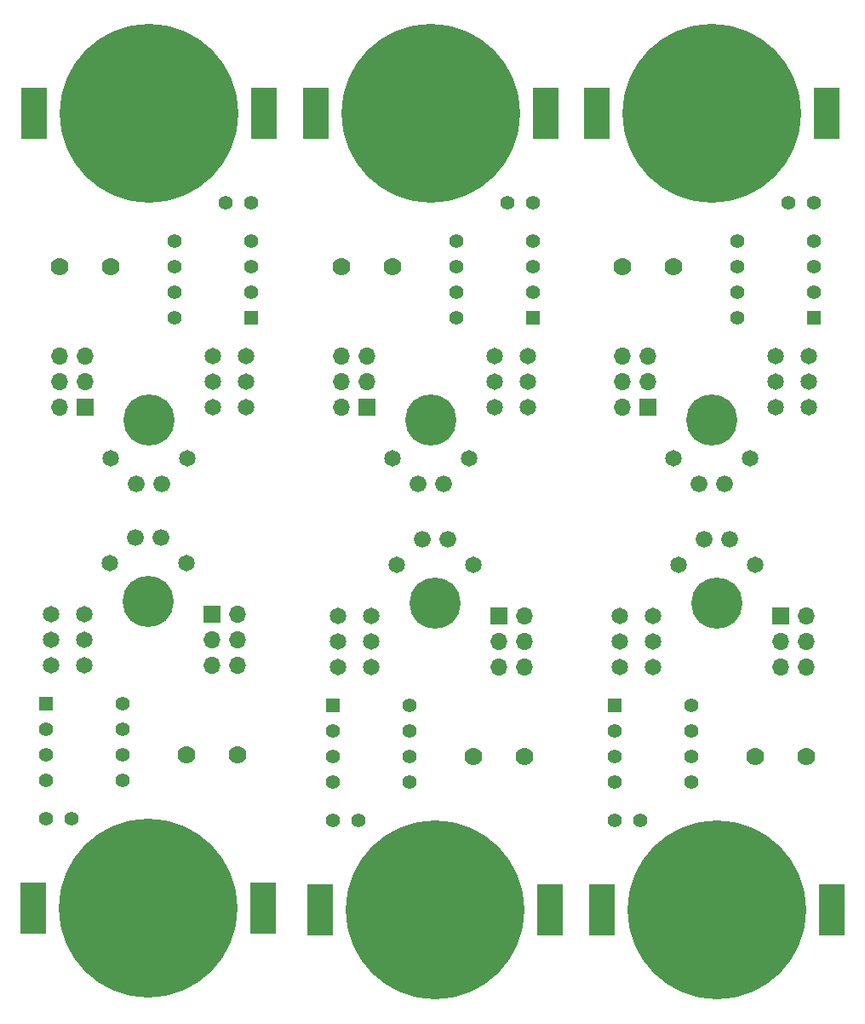
<source format=gts>
%MOIN*%
%OFA0B0*%
%FSLAX46Y46*%
%IPPOS*%
%LPD*%
%ADD10C,0.005905511811023622*%
%ADD11C,0.065*%
%ADD12R,0.055000000000000007X0.055000000000000007*%
%ADD13C,0.055000000000000007*%
%ADD14R,0.066929133858267723X0.066929133858267723*%
%ADD15O,0.066929133858267723X0.066929133858267723*%
%ADD16C,0.07*%
%ADD17C,0.70000000000000007*%
%ADD18R,0.1X0.2*%
%ADD19C,0.2*%
%ADD20C,0.066*%
%ADD31C,0.005905511811023622*%
%ADD32C,0.065*%
%ADD33R,0.055000000000000007X0.055000000000000007*%
%ADD34C,0.055000000000000007*%
%ADD35R,0.066929133858267723X0.066929133858267723*%
%ADD36O,0.066929133858267723X0.066929133858267723*%
%ADD37C,0.07*%
%ADD38C,0.70000000000000007*%
%ADD39R,0.1X0.2*%
%ADD40C,0.2*%
%ADD41C,0.066*%
%ADD42C,0.005905511811023622*%
%ADD43C,0.065*%
%ADD44R,0.055000000000000007X0.055000000000000007*%
%ADD45C,0.055000000000000007*%
%ADD46R,0.066929133858267723X0.066929133858267723*%
%ADD47O,0.066929133858267723X0.066929133858267723*%
%ADD48C,0.07*%
%ADD49C,0.70000000000000007*%
%ADD50R,0.1X0.2*%
%ADD51C,0.2*%
%ADD52C,0.066*%
%ADD53C,0.005905511811023622*%
%ADD54C,0.065*%
%ADD55R,0.055000000000000007X0.055000000000000007*%
%ADD56C,0.055000000000000007*%
%ADD57R,0.066929133858267723X0.066929133858267723*%
%ADD58O,0.066929133858267723X0.066929133858267723*%
%ADD59C,0.07*%
%ADD60C,0.70000000000000007*%
%ADD61R,0.1X0.2*%
%ADD62C,0.2*%
%ADD63C,0.066*%
%ADD64C,0.005905511811023622*%
%ADD65C,0.065*%
%ADD66R,0.055000000000000007X0.055000000000000007*%
%ADD67C,0.055000000000000007*%
%ADD68R,0.066929133858267723X0.066929133858267723*%
%ADD69O,0.066929133858267723X0.066929133858267723*%
%ADD70C,0.07*%
%ADD71C,0.70000000000000007*%
%ADD72R,0.1X0.2*%
%ADD73C,0.2*%
%ADD74C,0.066*%
%ADD75C,0.005905511811023622*%
%ADD76C,0.065*%
%ADD77R,0.055000000000000007X0.055000000000000007*%
%ADD78C,0.055000000000000007*%
%ADD79R,0.066929133858267723X0.066929133858267723*%
%ADD80O,0.066929133858267723X0.066929133858267723*%
%ADD81C,0.07*%
%ADD82C,0.70000000000000007*%
%ADD83R,0.1X0.2*%
%ADD84C,0.2*%
%ADD85C,0.066*%
G01*
D10*
D11*
X-0005099999Y0005600000D02*
X0000250000Y0001450000D03*
X0000250000Y0001550000D03*
X0000250000Y0001350000D03*
X0000120000Y0001550000D03*
X0000120000Y0001450000D03*
X0000120000Y0001350000D03*
D12*
X0000100000Y0001200000D03*
D13*
X0000100000Y0001100000D03*
X0000100000Y0001000000D03*
X0000100000Y0000900000D03*
X0000400000Y0000900000D03*
X0000400000Y0001000000D03*
X0000400000Y0001100000D03*
X0000400000Y0001200000D03*
D14*
X0000750000Y0001550000D03*
D15*
X0000850000Y0001550000D03*
X0000750000Y0001450000D03*
X0000850000Y0001450000D03*
X0000750000Y0001350000D03*
X0000850000Y0001350000D03*
D16*
X0000850000Y0001000000D03*
X0000650000Y0001000000D03*
D17*
X0000500000Y0000400000D03*
D18*
X0000050000Y0000400000D03*
X0000950000Y0000400000D03*
D19*
X0000500000Y0001600000D03*
D11*
X0000650000Y0001750000D03*
X0000350000Y0001750000D03*
D13*
X0000100000Y0000750000D03*
X0000200000Y0000750000D03*
D20*
X0000550000Y0001850000D03*
X0000450000Y0001850000D03*
G04 next file*
G04 #@! TF.FileFunction,Soldermask,Top*
G04 Gerber Fmt 4.6, Leading zero omitted, Abs format (unit mm)*
G04 Created by KiCad (PCBNEW 4.0.7) date 02/16/20 19:40:50*
G01*
G04 APERTURE LIST*
G04 APERTURE END LIST*
D31*
D32*
X0006102362Y-0001692913D02*
X0000752362Y0002457086D03*
X0000752362Y0002357086D03*
X0000752362Y0002557086D03*
X0000882362Y0002357086D03*
X0000882362Y0002457086D03*
X0000882362Y0002557086D03*
D33*
X0000902362Y0002707086D03*
D34*
X0000902362Y0002807086D03*
X0000902362Y0002907086D03*
X0000902362Y0003007086D03*
X0000602362Y0003007086D03*
X0000602362Y0002907086D03*
X0000602362Y0002807086D03*
X0000602362Y0002707086D03*
D35*
X0000252362Y0002357086D03*
D36*
X0000152362Y0002357086D03*
X0000252362Y0002457086D03*
X0000152362Y0002457086D03*
X0000252362Y0002557086D03*
X0000152362Y0002557086D03*
D37*
X0000152362Y0002907086D03*
X0000352362Y0002907086D03*
D38*
X0000502362Y0003507086D03*
D39*
X0000952362Y0003507086D03*
X0000052362Y0003507086D03*
D40*
X0000502362Y0002307086D03*
D32*
X0000352362Y0002157086D03*
X0000652362Y0002157086D03*
D34*
X0000902362Y0003157086D03*
X0000802362Y0003157086D03*
D41*
X0000452362Y0002057086D03*
X0000552362Y0002057086D03*
G04 next file*
G04 #@! TF.FileFunction,Soldermask,Top*
G04 Gerber Fmt 4.6, Leading zero omitted, Abs format (unit mm)*
G04 Created by KiCad (PCBNEW 4.0.7) date 02/16/20 19:40:50*
G01*
G04 APERTURE LIST*
G04 APERTURE END LIST*
D42*
D43*
X-0003976377Y0005590551D02*
X0001373622Y0001440551D03*
X0001373622Y0001540551D03*
X0001373622Y0001340551D03*
X0001243622Y0001540551D03*
X0001243622Y0001440551D03*
X0001243622Y0001340551D03*
D44*
X0001223622Y0001190551D03*
D45*
X0001223622Y0001090551D03*
X0001223622Y0000990551D03*
X0001223622Y0000890551D03*
X0001523622Y0000890551D03*
X0001523622Y0000990551D03*
X0001523622Y0001090551D03*
X0001523622Y0001190551D03*
D46*
X0001873622Y0001540551D03*
D47*
X0001973622Y0001540551D03*
X0001873622Y0001440551D03*
X0001973622Y0001440551D03*
X0001873622Y0001340551D03*
X0001973622Y0001340551D03*
D48*
X0001973622Y0000990551D03*
X0001773622Y0000990551D03*
D49*
X0001623622Y0000390551D03*
D50*
X0001173622Y0000390551D03*
X0002073622Y0000390551D03*
D51*
X0001623622Y0001590551D03*
D43*
X0001773622Y0001740551D03*
X0001473622Y0001740551D03*
D45*
X0001223622Y0000740551D03*
X0001323622Y0000740551D03*
D52*
X0001673622Y0001840551D03*
X0001573622Y0001840551D03*
G04 next file*
G04 #@! TF.FileFunction,Soldermask,Top*
G04 Gerber Fmt 4.6, Leading zero omitted, Abs format (unit mm)*
G04 Created by KiCad (PCBNEW 4.0.7) date 02/16/20 19:40:50*
G01*
G04 APERTURE LIST*
G04 APERTURE END LIST*
D53*
D54*
X-0002874015Y0005590551D02*
X0002475984Y0001440551D03*
X0002475984Y0001540551D03*
X0002475984Y0001340551D03*
X0002345984Y0001540551D03*
X0002345984Y0001440551D03*
X0002345984Y0001340551D03*
D55*
X0002325984Y0001190551D03*
D56*
X0002325984Y0001090551D03*
X0002325984Y0000990551D03*
X0002325984Y0000890551D03*
X0002625984Y0000890551D03*
X0002625984Y0000990551D03*
X0002625984Y0001090551D03*
X0002625984Y0001190551D03*
D57*
X0002975984Y0001540551D03*
D58*
X0003075984Y0001540551D03*
X0002975984Y0001440551D03*
X0003075984Y0001440551D03*
X0002975984Y0001340551D03*
X0003075984Y0001340551D03*
D59*
X0003075984Y0000990551D03*
X0002875984Y0000990551D03*
D60*
X0002725984Y0000390551D03*
D61*
X0002275984Y0000390551D03*
X0003175984Y0000390551D03*
D62*
X0002725984Y0001590551D03*
D54*
X0002875984Y0001740551D03*
X0002575984Y0001740551D03*
D56*
X0002325984Y0000740551D03*
X0002425984Y0000740551D03*
D63*
X0002775984Y0001840551D03*
X0002675984Y0001840551D03*
G04 next file*
G04 #@! TF.FileFunction,Soldermask,Top*
G04 Gerber Fmt 4.6, Leading zero omitted, Abs format (unit mm)*
G04 Created by KiCad (PCBNEW 4.0.7) date 02/16/20 19:40:50*
G01*
G04 APERTURE LIST*
G04 APERTURE END LIST*
D64*
D65*
X0007204724Y-0001692913D02*
X0001854724Y0002457086D03*
X0001854724Y0002357086D03*
X0001854724Y0002557086D03*
X0001984724Y0002357086D03*
X0001984724Y0002457086D03*
X0001984724Y0002557086D03*
D66*
X0002004724Y0002707086D03*
D67*
X0002004724Y0002807086D03*
X0002004724Y0002907086D03*
X0002004724Y0003007086D03*
X0001704724Y0003007086D03*
X0001704724Y0002907086D03*
X0001704724Y0002807086D03*
X0001704724Y0002707086D03*
D68*
X0001354724Y0002357086D03*
D69*
X0001254724Y0002357086D03*
X0001354724Y0002457086D03*
X0001254724Y0002457086D03*
X0001354724Y0002557086D03*
X0001254724Y0002557086D03*
D70*
X0001254724Y0002907086D03*
X0001454724Y0002907086D03*
D71*
X0001604724Y0003507086D03*
D72*
X0002054724Y0003507086D03*
X0001154724Y0003507086D03*
D73*
X0001604724Y0002307086D03*
D65*
X0001454724Y0002157086D03*
X0001754724Y0002157086D03*
D67*
X0002004724Y0003157086D03*
X0001904724Y0003157086D03*
D74*
X0001554724Y0002057086D03*
X0001654724Y0002057086D03*
G04 next file*
G04 #@! TF.FileFunction,Soldermask,Top*
G04 Gerber Fmt 4.6, Leading zero omitted, Abs format (unit mm)*
G04 Created by KiCad (PCBNEW 4.0.7) date 02/16/20 19:40:50*
G01*
G04 APERTURE LIST*
G04 APERTURE END LIST*
D75*
D76*
X0008307086Y-0001692913D02*
X0002957086Y0002457086D03*
X0002957086Y0002357086D03*
X0002957086Y0002557086D03*
X0003087086Y0002357086D03*
X0003087086Y0002457086D03*
X0003087086Y0002557086D03*
D77*
X0003107086Y0002707086D03*
D78*
X0003107086Y0002807086D03*
X0003107086Y0002907086D03*
X0003107086Y0003007086D03*
X0002807086Y0003007086D03*
X0002807086Y0002907086D03*
X0002807086Y0002807086D03*
X0002807086Y0002707086D03*
D79*
X0002457086Y0002357086D03*
D80*
X0002357086Y0002357086D03*
X0002457086Y0002457086D03*
X0002357086Y0002457086D03*
X0002457086Y0002557086D03*
X0002357086Y0002557086D03*
D81*
X0002357086Y0002907086D03*
X0002557086Y0002907086D03*
D82*
X0002707086Y0003507086D03*
D83*
X0003157086Y0003507086D03*
X0002257086Y0003507086D03*
D84*
X0002707086Y0002307086D03*
D76*
X0002557086Y0002157086D03*
X0002857086Y0002157086D03*
D78*
X0003107086Y0003157086D03*
X0003007086Y0003157086D03*
D85*
X0002657086Y0002057086D03*
X0002757086Y0002057086D03*
M02*
</source>
